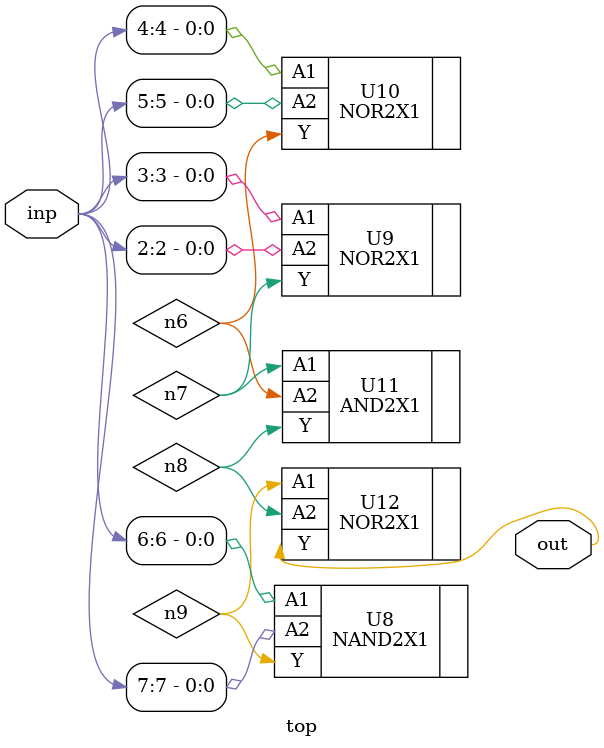
<source format=sv>


module top ( inp, out );
  input [7:0] inp;
  output out;
  wire   n6, n7, n8, n9;

  NAND2X1 U8 ( .A1(inp[6]), .A2(inp[7]), .Y(n9) );
  NOR2X1 U9 ( .A1(inp[3]), .A2(inp[2]), .Y(n7) );
  NOR2X1 U10 ( .A1(inp[4]), .A2(inp[5]), .Y(n6) );
  AND2X1 U11 ( .A1(n7), .A2(n6), .Y(n8) );
  NOR2X1 U12 ( .A1(n9), .A2(n8), .Y(out) );
endmodule


</source>
